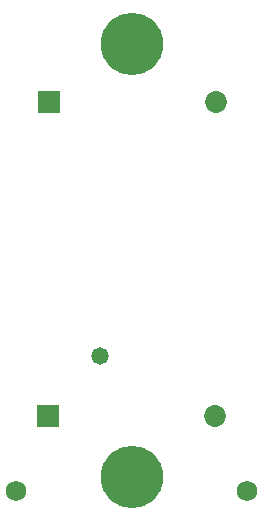
<source format=gbr>
%TF.GenerationSoftware,Altium Limited,Altium Designer,22.4.2 (48)*%
G04 Layer_Color=16711935*
%FSLAX26Y26*%
%MOIN*%
%TF.SameCoordinates,31C44E49-19BD-49CD-A116-05C5AD78183A*%
%TF.FilePolarity,Negative*%
%TF.FileFunction,Soldermask,Bot*%
%TF.Part,Single*%
G01*
G75*
%TA.AperFunction,ViaPad*%
%ADD21C,0.068000*%
%ADD22C,0.208000*%
%TA.AperFunction,ComponentPad*%
%ADD23R,0.072961X0.072961*%
%ADD24C,0.072961*%
%TA.AperFunction,ViaPad*%
%ADD25C,0.058000*%
D21*
X65000Y85000D02*
D03*
X835000D02*
D03*
D22*
X450000Y130000D02*
D03*
Y1575000D02*
D03*
D23*
X170000Y335000D02*
D03*
X175000Y1380000D02*
D03*
D24*
X725118Y335000D02*
D03*
X730118Y1380000D02*
D03*
D25*
X345000Y535000D02*
D03*
%TF.MD5,bfc7551f56fa35a635d15ecc3daf9f99*%
M02*

</source>
